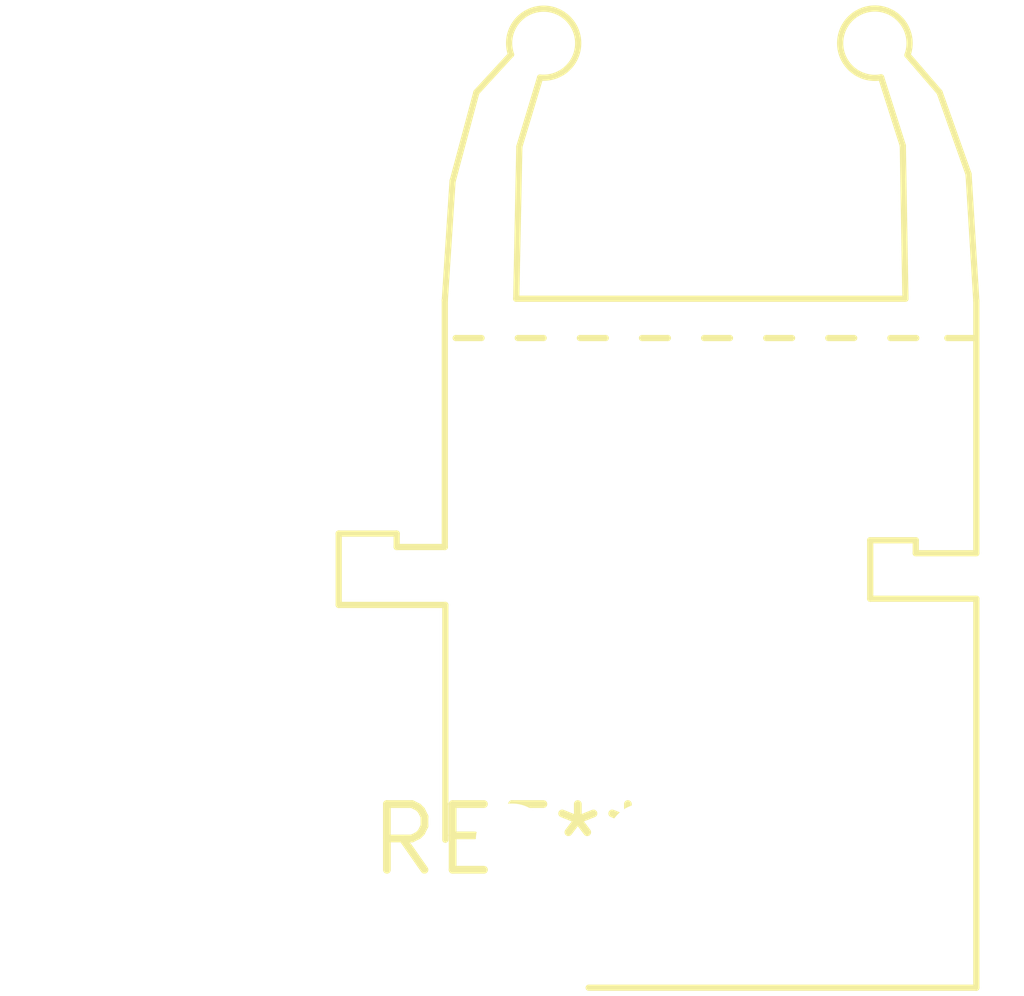
<source format=kicad_pcb>
(kicad_pcb (version 20240108) (generator pcbnew)
  (layers (0 "F.Cu" signal) (31 "B.Cu" signal) (34 "B.Paste" user) (35 "F.Paste" user) (36 "B.SilkS" user "B.Silkscreen") (37 "F.SilkS" user "F.Silkscreen") (38 "B.Mask" user) (39 "F.Mask" user) (44 "Edge.Cuts" user))
  (net 0 "")
  (footprint "AGILENT_HFBR-152x" (layer "F.Cu") (at 0 0)
    (property "Reference" "REF**")
    (property "Value" "AGILENT_HFBR-152x")
    (fp_line (start -3.35 -5.92) (end -2.23 -5.92) (layer "F.SilkS") (stroke (width 0.12)))
    (fp_line (start -3.35 -4.54) (end -3.35 -5.92) (layer "F.SilkS") (stroke (width 0.12)))
    (fp_line (start -2.23 -5.66) (end -2.23 -5.92) (layer "F.SilkS") (stroke (width 0.12)))
    (fp_line (start -2.23 -5.66) (end -1.3 -5.66) (layer "F.SilkS") (stroke (width 0.12)))
    (fp_line (start -1.3 -10.43) (end -1.15 -12.74) (layer "F.SilkS") (stroke (width 0.12)))
    (fp_line (start -1.3 -5.66) (end -1.3 -10.43) (layer "F.SilkS") (stroke (width 0.12)))
    (fp_line (start -1.29 -4.54) (end -3.35 -4.54) (layer "F.SilkS") (stroke (width 0.12)))
    (fp_line (start -1.29 -4.54) (end -1.29 4.3e-05) (layer "F.SilkS") (stroke (width 0.12)))
    (fp_line (start -1.15 -12.73) (end -0.69 -14.45) (layer "F.SilkS") (stroke (width 0.12)))
    (fp_line (start -0.69 -14.45) (end -0.02 -15.18) (layer "F.SilkS") (stroke (width 0.12)))
    (fp_line (start -0.59 -9.7) (end -1.09 -9.7) (layer "F.SilkS") (stroke (width 0.12)))
    (fp_line (start 0.08 -10.46) (end 0.14 -13.4) (layer "F.SilkS") (stroke (width 0.12)))
    (fp_line (start 0.14 -13.4) (end 0.54 -14.73) (layer "F.SilkS") (stroke (width 0.12)))
    (fp_line (start 0.61 -9.7) (end 0.11 -9.7) (layer "F.SilkS") (stroke (width 0.12)))
    (fp_line (start 1.48 2.86) (end 8.97 2.86) (layer "F.SilkS") (stroke (width 0.12)))
    (fp_line (start 1.81 -9.7) (end 1.31 -9.7) (layer "F.SilkS") (stroke (width 0.12)))
    (fp_line (start 3.01 -9.7) (end 2.51 -9.7) (layer "F.SilkS") (stroke (width 0.12)))
    (fp_line (start 4.21 -9.7) (end 3.71 -9.7) (layer "F.SilkS") (stroke (width 0.12)))
    (fp_line (start 5.41 -9.7) (end 4.91 -9.7) (layer "F.SilkS") (stroke (width 0.12)))
    (fp_line (start 6.61 -9.7) (end 6.11 -9.7) (layer "F.SilkS") (stroke (width 0.12)))
    (fp_line (start 6.92 -5.79) (end 7.8 -5.79) (layer "F.SilkS") (stroke (width 0.12)))
    (fp_line (start 6.92 -4.66) (end 6.92 -5.79) (layer "F.SilkS") (stroke (width 0.12)))
    (fp_line (start 7.55 -13.42) (end 7.13 -14.74) (layer "F.SilkS") (stroke (width 0.12)))
    (fp_line (start 7.6 -10.46) (end 0.08 -10.46) (layer "F.SilkS") (stroke (width 0.12)))
    (fp_line (start 7.6 -10.46) (end 7.55 -13.42) (layer "F.SilkS") (stroke (width 0.12)))
    (fp_line (start 7.8 -5.54) (end 7.8 -5.79) (layer "F.SilkS") (stroke (width 0.12)))
    (fp_line (start 7.8 -5.54) (end 8.97 -5.54) (layer "F.SilkS") (stroke (width 0.12)))
    (fp_line (start 7.81 -9.7) (end 7.31 -9.7) (layer "F.SilkS") (stroke (width 0.12)))
    (fp_line (start 8.26 -14.45) (end 7.64 -15.17) (layer "F.SilkS") (stroke (width 0.12)))
    (fp_line (start 8.82 -12.87) (end 8.26 -14.45) (layer "F.SilkS") (stroke (width 0.12)))
    (fp_line (start 8.91 -9.7) (end 8.41 -9.7) (layer "F.SilkS") (stroke (width 0.12)))
    (fp_line (start 8.97 -10.42) (end 8.82 -12.87) (layer "F.SilkS") (stroke (width 0.12)))
    (fp_line (start 8.97 -5.54) (end 8.97 -10.42) (layer "F.SilkS") (stroke (width 0.12)))
    (fp_line (start 8.97 -4.66) (end 6.92 -4.66) (layer "F.SilkS") (stroke (width 0.12)))
    (fp_line (start 8.97 2.86) (end 8.97 -4.66) (layer "F.SilkS") (stroke (width 0.12)))
    (fp_arc (start -0.02 -15.18) (mid 1.024518 -15.922948) (end 0.53962 -14.736414) (layer "F.SilkS") (stroke (width 0.12)))
    (fp_arc (start 7.129973 -14.740147) (mid 6.577787 -15.912827) (end 7.64 -15.17) (layer "F.SilkS") (stroke (width 0.12)))
    (pad "1" thru_hole roundrect (at 0 0) (size 1.8 2.6) (drill 1.4) (layers *.Cu *.Mask) (remove_unused_layers) (roundrect_rratio 0.139))
    (pad "2" thru_hole oval (at 2.54 0) (size 1.8 2.6) (drill 1.4) (layers *.Cu *.Mask) (remove_unused_layers))
    (pad "3" thru_hole oval (at 5.08 0) (size 1.8 2.6) (drill 1.4) (layers *.Cu *.Mask) (remove_unused_layers))
    (pad "4" thru_hole oval (at 7.62 0) (size 1.8 2.6) (drill 1.4) (layers *.Cu *.Mask) (remove_unused_layers))
    (pad "5" thru_hole oval (at 7.62 -7.62) (size 2 2.6) (drill 1.4) (layers *.Cu *.Mask) (remove_unused_layers))
    (pad "6" thru_hole oval (at 0 -7.62) (size 2 2.6) (drill 1.4) (layers *.Cu *.Mask) (remove_unused_layers))
  )
)
</source>
